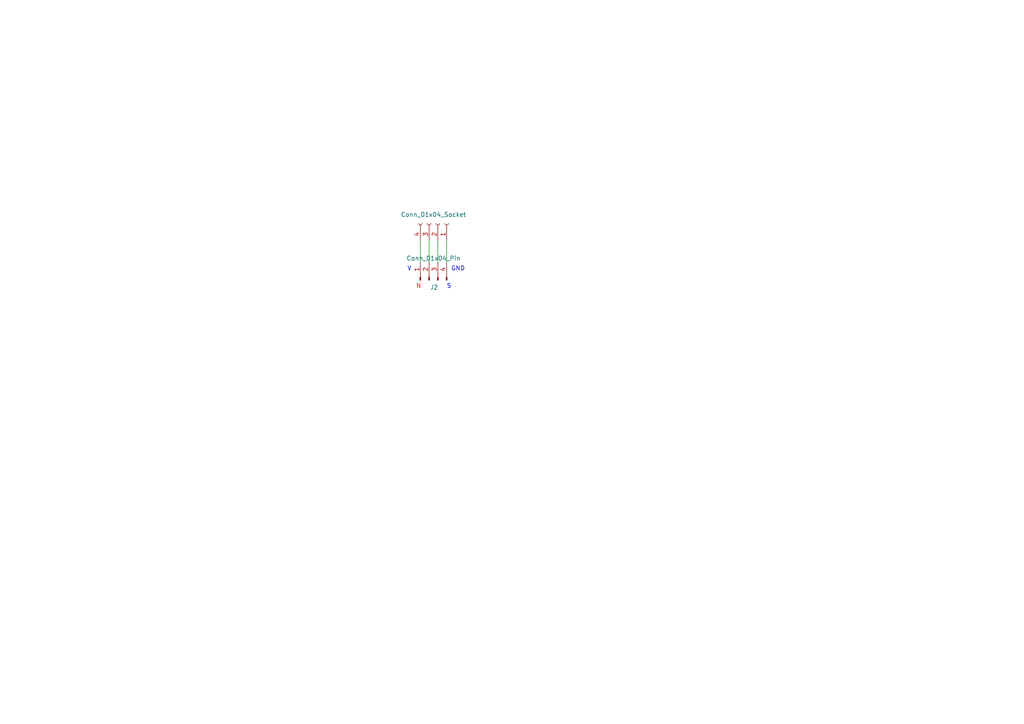
<source format=kicad_sch>
(kicad_sch (version 20230121) (generator eeschema)

  (uuid e2925b64-570f-4017-9c42-691fcefe0c64)

  (paper "A4")

  (title_block
    (title "R.I.O Watch v1")
    (date "2024-06-19")
    (company "Akhilesh Warty")
  )

  (lib_symbols
    (symbol "Connector:Conn_01x04_Pin" (pin_names (offset 1.016) hide) (in_bom yes) (on_board yes)
      (property "Reference" "J" (at 0 5.08 0)
        (effects (font (size 1.27 1.27)))
      )
      (property "Value" "Conn_01x04_Pin" (at 0 -7.62 0)
        (effects (font (size 1.27 1.27)))
      )
      (property "Footprint" "" (at 0 0 0)
        (effects (font (size 1.27 1.27)) hide)
      )
      (property "Datasheet" "~" (at 0 0 0)
        (effects (font (size 1.27 1.27)) hide)
      )
      (property "ki_locked" "" (at 0 0 0)
        (effects (font (size 1.27 1.27)))
      )
      (property "ki_keywords" "connector" (at 0 0 0)
        (effects (font (size 1.27 1.27)) hide)
      )
      (property "ki_description" "Generic connector, single row, 01x04, script generated" (at 0 0 0)
        (effects (font (size 1.27 1.27)) hide)
      )
      (property "ki_fp_filters" "Connector*:*_1x??_*" (at 0 0 0)
        (effects (font (size 1.27 1.27)) hide)
      )
      (symbol "Conn_01x04_Pin_1_1"
        (polyline
          (pts
            (xy 1.27 -5.08)
            (xy 0.8636 -5.08)
          )
          (stroke (width 0.1524) (type default))
          (fill (type none))
        )
        (polyline
          (pts
            (xy 1.27 -2.54)
            (xy 0.8636 -2.54)
          )
          (stroke (width 0.1524) (type default))
          (fill (type none))
        )
        (polyline
          (pts
            (xy 1.27 0)
            (xy 0.8636 0)
          )
          (stroke (width 0.1524) (type default))
          (fill (type none))
        )
        (polyline
          (pts
            (xy 1.27 2.54)
            (xy 0.8636 2.54)
          )
          (stroke (width 0.1524) (type default))
          (fill (type none))
        )
        (rectangle (start 0.8636 -4.953) (end 0 -5.207)
          (stroke (width 0.1524) (type default))
          (fill (type outline))
        )
        (rectangle (start 0.8636 -2.413) (end 0 -2.667)
          (stroke (width 0.1524) (type default))
          (fill (type outline))
        )
        (rectangle (start 0.8636 0.127) (end 0 -0.127)
          (stroke (width 0.1524) (type default))
          (fill (type outline))
        )
        (rectangle (start 0.8636 2.667) (end 0 2.413)
          (stroke (width 0.1524) (type default))
          (fill (type outline))
        )
        (pin passive line (at 5.08 2.54 180) (length 3.81)
          (name "Pin_1" (effects (font (size 1.27 1.27))))
          (number "1" (effects (font (size 1.27 1.27))))
        )
        (pin passive line (at 5.08 0 180) (length 3.81)
          (name "Pin_2" (effects (font (size 1.27 1.27))))
          (number "2" (effects (font (size 1.27 1.27))))
        )
        (pin passive line (at 5.08 -2.54 180) (length 3.81)
          (name "Pin_3" (effects (font (size 1.27 1.27))))
          (number "3" (effects (font (size 1.27 1.27))))
        )
        (pin passive line (at 5.08 -5.08 180) (length 3.81)
          (name "Pin_4" (effects (font (size 1.27 1.27))))
          (number "4" (effects (font (size 1.27 1.27))))
        )
      )
    )
    (symbol "Connector:Conn_01x04_Socket" (pin_names (offset 1.016) hide) (in_bom yes) (on_board yes)
      (property "Reference" "J" (at 0 5.08 0)
        (effects (font (size 1.27 1.27)))
      )
      (property "Value" "Conn_01x04_Socket" (at 0 -7.62 0)
        (effects (font (size 1.27 1.27)))
      )
      (property "Footprint" "" (at 0 0 0)
        (effects (font (size 1.27 1.27)) hide)
      )
      (property "Datasheet" "~" (at 0 0 0)
        (effects (font (size 1.27 1.27)) hide)
      )
      (property "ki_locked" "" (at 0 0 0)
        (effects (font (size 1.27 1.27)))
      )
      (property "ki_keywords" "connector" (at 0 0 0)
        (effects (font (size 1.27 1.27)) hide)
      )
      (property "ki_description" "Generic connector, single row, 01x04, script generated" (at 0 0 0)
        (effects (font (size 1.27 1.27)) hide)
      )
      (property "ki_fp_filters" "Connector*:*_1x??_*" (at 0 0 0)
        (effects (font (size 1.27 1.27)) hide)
      )
      (symbol "Conn_01x04_Socket_1_1"
        (arc (start 0 -4.572) (mid -0.5058 -5.08) (end 0 -5.588)
          (stroke (width 0.1524) (type default))
          (fill (type none))
        )
        (arc (start 0 -2.032) (mid -0.5058 -2.54) (end 0 -3.048)
          (stroke (width 0.1524) (type default))
          (fill (type none))
        )
        (polyline
          (pts
            (xy -1.27 -5.08)
            (xy -0.508 -5.08)
          )
          (stroke (width 0.1524) (type default))
          (fill (type none))
        )
        (polyline
          (pts
            (xy -1.27 -2.54)
            (xy -0.508 -2.54)
          )
          (stroke (width 0.1524) (type default))
          (fill (type none))
        )
        (polyline
          (pts
            (xy -1.27 0)
            (xy -0.508 0)
          )
          (stroke (width 0.1524) (type default))
          (fill (type none))
        )
        (polyline
          (pts
            (xy -1.27 2.54)
            (xy -0.508 2.54)
          )
          (stroke (width 0.1524) (type default))
          (fill (type none))
        )
        (arc (start 0 0.508) (mid -0.5058 0) (end 0 -0.508)
          (stroke (width 0.1524) (type default))
          (fill (type none))
        )
        (arc (start 0 3.048) (mid -0.5058 2.54) (end 0 2.032)
          (stroke (width 0.1524) (type default))
          (fill (type none))
        )
        (pin passive line (at -5.08 2.54 0) (length 3.81)
          (name "Pin_1" (effects (font (size 1.27 1.27))))
          (number "1" (effects (font (size 1.27 1.27))))
        )
        (pin passive line (at -5.08 0 0) (length 3.81)
          (name "Pin_2" (effects (font (size 1.27 1.27))))
          (number "2" (effects (font (size 1.27 1.27))))
        )
        (pin passive line (at -5.08 -2.54 0) (length 3.81)
          (name "Pin_3" (effects (font (size 1.27 1.27))))
          (number "3" (effects (font (size 1.27 1.27))))
        )
        (pin passive line (at -5.08 -5.08 0) (length 3.81)
          (name "Pin_4" (effects (font (size 1.27 1.27))))
          (number "4" (effects (font (size 1.27 1.27))))
        )
      )
    )
  )


  (wire (pts (xy 129.54 69.85) (xy 129.54 76.2))
    (stroke (width 0) (type default))
    (uuid 0230b760-dec6-4f4f-99ee-b9790f8801be)
  )
  (wire (pts (xy 121.92 69.85) (xy 121.92 76.2))
    (stroke (width 0) (type default))
    (uuid 0731145a-b8e1-4ddc-b7ba-7b7f56f5fa01)
  )
  (wire (pts (xy 127 69.85) (xy 127 76.2))
    (stroke (width 0) (type default))
    (uuid 378bda33-451f-4ab2-ae84-f4af1dc1ca80)
  )
  (wire (pts (xy 124.46 69.85) (xy 124.46 76.2))
    (stroke (width 0) (type default))
    (uuid a4bdc368-daa9-46a7-b0ac-f42eb3b4329a)
  )

  (text "S" (at 129.54 83.82 0)
    (effects (font (size 1.27 1.27)) (justify left bottom))
    (uuid 3c52be7a-8dcf-4e41-b1cf-a4ae08f5062a)
  )
  (text "N" (at 120.65 83.82 0)
    (effects (font (size 1.27 1.27) (color 255 0 0 1)) (justify left bottom))
    (uuid 3e2b8d29-06e1-43bc-a3d4-0fd2ee424586)
  )
  (text "V" (at 118.11 78.74 0)
    (effects (font (size 1.27 1.27)) (justify left bottom))
    (uuid 465eaa5a-93cc-4928-abbe-31dc2ec63286)
  )
  (text "GND" (at 130.81 78.74 0)
    (effects (font (size 1.27 1.27)) (justify left bottom))
    (uuid e8a63ccc-40d9-4495-8205-0adc1e42b46c)
  )

  (symbol (lib_id "Connector:Conn_01x04_Pin") (at 124.46 81.28 90) (unit 1)
    (in_bom yes) (on_board yes) (dnp no)
    (uuid 6cf5ece0-66ff-44cd-bd50-acc447bdcb5c)
    (property "Reference" "J2" (at 125.9074 83.3304 90)
      (effects (font (size 1.27 1.27)))
    )
    (property "Value" "Conn_01x04_Pin" (at 125.73 74.93 90)
      (effects (font (size 1.27 1.27)))
    )
    (property "Footprint" "Connector_PinHeader_1.00mm:PinHeader_1x04_P1.00mm_Vertical" (at 124.46 81.28 0)
      (effects (font (size 1.27 1.27)) hide)
    )
    (property "Datasheet" "~" (at 124.46 81.28 0)
      (effects (font (size 1.27 1.27)) hide)
    )
    (pin "1" (uuid 82f7c492-b3e9-4df0-a53e-6030cb00b533))
    (pin "4" (uuid 7821e18c-5ad7-4107-beb3-a3cd9886b7db))
    (pin "2" (uuid a4317279-a295-42f3-ad26-4a047aea8aa4))
    (pin "3" (uuid 9018ea2c-ceac-4b37-a6ce-45aaa6ff1f3f))
    (instances
      (project "Watch_Connector_V1"
        (path "/e2925b64-570f-4017-9c42-691fcefe0c64"
          (reference "J2") (unit 1)
        )
      )
    )
  )

  (symbol (lib_id "Connector:Conn_01x04_Socket") (at 127 64.77 270) (mirror x) (unit 1)
    (in_bom yes) (on_board yes) (dnp no)
    (uuid a5d0bf36-689b-4cd8-a526-eeb837755b17)
    (property "Reference" "J1" (at 125.73 71.12 90)
      (effects (font (size 1.27 1.27)) hide)
    )
    (property "Value" "Conn_01x04_Socket" (at 125.73 62.23 90)
      (effects (font (size 1.27 1.27)))
    )
    (property "Footprint" "Connector_FFC-FPC:TE_84952-4_1x04-1MP_P1.0mm_Horizontal" (at 127 64.77 0)
      (effects (font (size 1.27 1.27)) hide)
    )
    (property "Datasheet" "~" (at 127 64.77 0)
      (effects (font (size 1.27 1.27)) hide)
    )
    (pin "3" (uuid 4d263649-190d-47f4-b561-9554be049099))
    (pin "4" (uuid 5a95ea33-09c7-4c1a-a5ae-30c95a659782))
    (pin "1" (uuid 802a9da9-24ed-4c3f-a76b-a594eb695890))
    (pin "2" (uuid 1a16b06c-0612-43ea-bf97-7e4c8ad9c34c))
    (instances
      (project "Watch_Connector_V1"
        (path "/e2925b64-570f-4017-9c42-691fcefe0c64"
          (reference "J1") (unit 1)
        )
      )
    )
  )

  (sheet_instances
    (path "/" (page "1"))
  )
)

</source>
